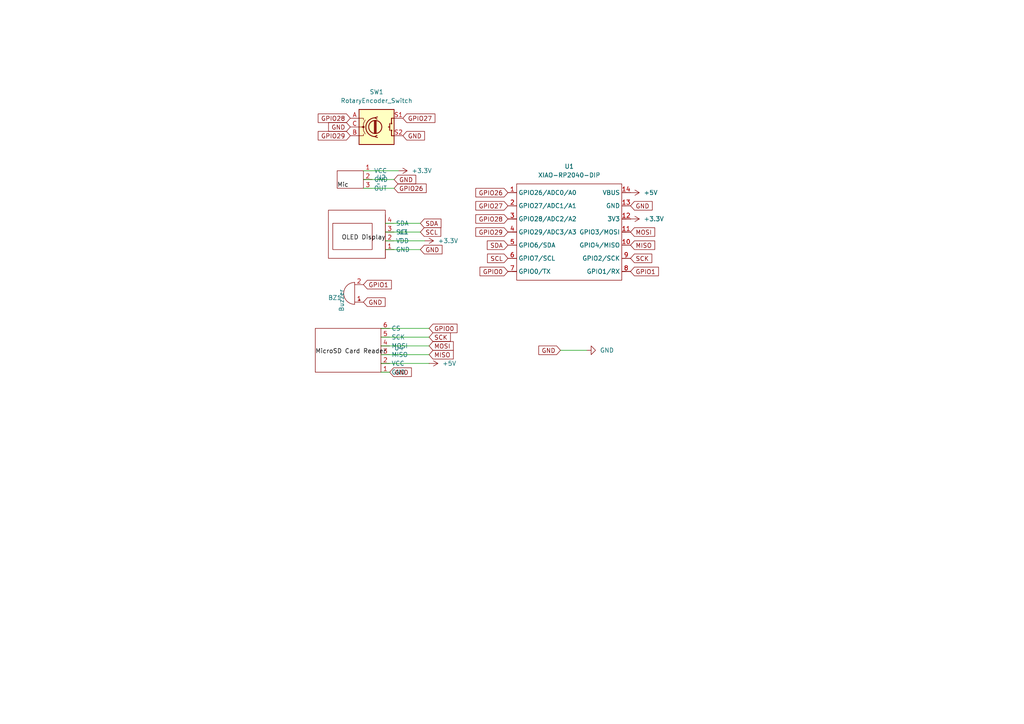
<source format=kicad_sch>
(kicad_sch (version 20250114) (generator "eeschema") (generator_version "9.0")
  (paper "A4")
  (lib_symbols
    (symbol "Device:Buzzer" (pin_names (offset 0.0254) (hide yes))
      (property "Reference" "BZ" (at 3.81 1.27 0))
      (property "Value" "Buzzer" (at 3.81 -1.27 0))
      (symbol "Buzzer_0_1"
        (polyline (pts (xy -1.651 1.905) (xy -1.143 1.905)))
        (polyline (pts (xy -1.397 2.159) (xy -1.397 1.651)))
        (arc (start 0 3.175) (mid 3.1612 0) (end 0 -3.175))
        (polyline (pts (xy 0 3.175) (xy 0 -3.175)))
      )
      (symbol "Buzzer_1_1"
        (pin passive line (at -2.54 2.54 0) (length 2.54) (name "+") (number "1"))
        (pin passive line (at -2.54 -2.54 0) (length 2.54) (name "-") (number "2"))
      )
    )
    (symbol "Device:RotaryEncoder_Switch" (pin_names (offset 0.254) (hide yes))
      (property "Reference" "SW" (at 0 6.604 0))
      (property "Value" "RotaryEncoder_Switch" (at 0 -6.604 0))
      (symbol "RotaryEncoder_Switch_0_1"
        (rectangle (start -5.08 5.08) (end 5.08 -5.08) (stroke (width 0.254)) (fill (type background)))
        (polyline (pts (xy -5.08 2.54) (xy -3.81 2.54) (xy -3.81 2.032)))
        (polyline (pts (xy -5.08 0) (xy -3.81 0) (xy -3.81 -1.016) (xy -3.302 -2.032)))
        (polyline (pts (xy -5.08 -2.54) (xy -3.81 -2.54) (xy -3.81 -2.032)))
        (polyline (pts (xy -4.318 0) (xy -3.81 0) (xy -3.81 1.016) (xy -3.302 2.032)))
        (circle (center -3.81 0) (radius 0.254) (fill (type outline)))
        (polyline (pts (xy -0.635 -1.778) (xy -0.635 1.778)) (stroke (width 0.254)))
        (circle (center -0.381 0) (radius 1.905) (stroke (width 0.254)))
        (polyline (pts (xy -0.381 -1.778) (xy -0.381 1.778)) (stroke (width 0.254)))
        (arc (start -0.381 -2.794) (mid -3.0988 -0.0635) (end -0.381 2.667) (stroke (width 0.254)))
        (polyline (pts (xy -0.127 1.778) (xy -0.127 -1.778)) (stroke (width 0.254)))
        (polyline (pts (xy 0.254 2.921) (xy -0.508 2.667) (xy 0.127 2.286)) (stroke (width 0.254)))
        (polyline (pts (xy 0.254 -3.048) (xy -0.508 -2.794) (xy 0.127 -2.413)) (stroke (width 0.254)))
        (polyline (pts (xy 3.81 1.016) (xy 3.81 -1.016)) (stroke (width 0.254)))
        (polyline (pts (xy 3.81 0) (xy 3.429 0)) (stroke (width 0.254)))
        (circle (center 4.318 1.016) (radius 0.127) (stroke (width 0.254)))
        (circle (center 4.318 -1.016) (radius 0.127) (stroke (width 0.254)))
        (polyline (pts (xy 5.08 2.54) (xy 4.318 2.54) (xy 4.318 1.016)) (stroke (width 0.254)))
        (polyline (pts (xy 5.08 -2.54) (xy 4.318 -2.54) (xy 4.318 -1.016)) (stroke (width 0.254)))
      )
      (symbol "RotaryEncoder_Switch_1_1"
        (pin passive line (at -7.62 2.54 0) (length 2.54) (name "A") (number "A"))
        (pin passive line (at -7.62 0 0) (length 2.54) (name "C") (number "C"))
        (pin passive line (at -7.62 -2.54 0) (length 2.54) (name "B") (number "B"))
        (pin passive line (at 7.62 2.54 180) (length 2.54) (name "S1") (number "S1"))
        (pin passive line (at 7.62 -2.54 180) (length 2.54) (name "S2") (number "S2"))
      )
    )
    (symbol "OPL:XIAO-RP2040-DIP"
      (property "Reference" "U" (at 0 0 0))
      (property "Value" "XIAO-RP2040-DIP" (at 5.334 -1.778 0))
      (symbol "XIAO-RP2040-DIP_1_0"
        (polyline (pts (xy -1.27 -2.54) (xy 29.21 -2.54)) (stroke (width 0.1524)))
        (polyline (pts (xy -1.27 -5.08) (xy -2.54 -5.08)) (stroke (width 0.1524)))
        (polyline (pts (xy -1.27 -5.08) (xy -1.27 -2.54)) (stroke (width 0.1524)))
        (polyline (pts (xy -1.27 -8.89) (xy -2.54 -8.89)) (stroke (width 0.1524)))
        (polyline (pts (xy -1.27 -8.89) (xy -1.27 -5.08)) (stroke (width 0.1524)))
        (polyline (pts (xy -1.27 -12.7) (xy -2.54 -12.7)) (stroke (width 0.1524)))
        (polyline (pts (xy -1.27 -12.7) (xy -1.27 -8.89)) (stroke (width 0.1524)))
        (polyline (pts (xy -1.27 -16.51) (xy -2.54 -16.51)) (stroke (width 0.1524)))
        (polyline (pts (xy -1.27 -16.51) (xy -1.27 -12.7)) (stroke (width 0.1524)))
        (polyline (pts (xy -1.27 -20.32) (xy -2.54 -20.32)) (stroke (width 0.1524)))
        (polyline (pts (xy -1.27 -24.13) (xy -2.54 -24.13)) (stroke (width 0.1524)))
        (polyline (pts (xy -1.27 -27.94) (xy -2.54 -27.94)) (stroke (width 0.1524)))
        (polyline (pts (xy -1.27 -30.48) (xy -1.27 -16.51)) (stroke (width 0.1524)))
        (polyline (pts (xy 29.21 -2.54) (xy 29.21 -5.08)) (stroke (width 0.1524)))
        (polyline (pts (xy 29.21 -5.08) (xy 29.21 -8.89)) (stroke (width 0.1524)))
        (polyline (pts (xy 29.21 -8.89) (xy 29.21 -12.7)) (stroke (width 0.1524)))
        (polyline (pts (xy 29.21 -12.7) (xy 29.21 -30.48)) (stroke (width 0.1524)))
        (polyline (pts (xy 29.21 -30.48) (xy -1.27 -30.48)) (stroke (width 0.1524)))
        (polyline (pts (xy 30.48 -5.08) (xy 29.21 -5.08)) (stroke (width 0.1524)))
        (polyline (pts (xy 30.48 -8.89) (xy 29.21 -8.89)) (stroke (width 0.1524)))
        (polyline (pts (xy 30.48 -12.7) (xy 29.21 -12.7)) (stroke (width 0.1524)))
        (polyline (pts (xy 30.48 -16.51) (xy 29.21 -16.51)) (stroke (width 0.1524)))
        (polyline (pts (xy 30.48 -20.32) (xy 29.21 -20.32)) (stroke (width 0.1524)))
        (polyline (pts (xy 30.48 -24.13) (xy 29.21 -24.13)) (stroke (width 0.1524)))
        (polyline (pts (xy 30.48 -27.94) (xy 29.21 -27.94)) (stroke (width 0.1524)))
        (pin passive line (at -3.81 -5.08 0) (length 2.54) (name "GPIO26/ADC0/A0") (number "1"))
        (pin passive line (at -3.81 -8.89 0) (length 2.54) (name "GPIO27/ADC1/A1") (number "2"))
        (pin passive line (at -3.81 -12.7 0) (length 2.54) (name "GPIO28/ADC2/A2") (number "3"))
        (pin passive line (at -3.81 -16.51 0) (length 2.54) (name "GPIO29/ADC3/A3") (number "4"))
        (pin passive line (at -3.81 -20.32 0) (length 2.54) (name "GPIO6/SDA") (number "5"))
        (pin passive line (at -3.81 -24.13 0) (length 2.54) (name "GPIO7/SCL") (number "6"))
        (pin passive line (at -3.81 -27.94 0) (length 2.54) (name "GPIO0/TX") (number "7"))
        (pin passive line (at 31.75 -5.08 180) (length 2.54) (name "VBUS") (number "14"))
        (pin passive line (at 31.75 -8.89 180) (length 2.54) (name "GND") (number "13"))
        (pin passive line (at 31.75 -12.7 180) (length 2.54) (name "3V3") (number "12"))
        (pin passive line (at 31.75 -16.51 180) (length 2.54) (name "GPIO3/MOSI") (number "11"))
        (pin passive line (at 31.75 -20.32 180) (length 2.54) (name "GPIO4/MISO") (number "10"))
        (pin passive line (at 31.75 -24.13 180) (length 2.54) (name "GPIO2/SCK") (number "9"))
        (pin passive line (at 31.75 -27.94 180) (length 2.54) (name "GPIO1/RX") (number "8"))
      )
    )
    (symbol "SDReader:SDReader"
      (property "Reference" "U" (at 0 0 0))
      (symbol "SDReader_0_1"
        (rectangle (start 0 0) (end -19.05 12.7))
      )
      (symbol "SDReader_1_1"
        (pin output line (at 0 12.7 0) (length 2.54) (name "CS") (number "6"))
        (pin output line (at 0 10.16 0) (length 2.54) (name "SCK") (number "5"))
        (pin output line (at 0 7.62 0) (length 2.54) (name "MOSI") (number "4"))
        (pin input line (at 0 5.08 0) (length 2.54) (name "MISO") (number "3"))
        (pin power_in line (at 0 2.54 0) (length 2.54) (name "VCC") (number "2"))
        (pin power_in line (at 0 0 0) (length 2.54) (name "GND") (number "1"))
      )
    )
    (symbol "SSD1306:SSD1306"
      (property "Reference" "U" (at 0 0 0))
      (symbol "SSD1306_0_1"
        (rectangle (start -15.24 7.62) (end -3.81 0))
        (rectangle (start 0 10.16) (end 0 -2.54))
        (rectangle (start 0 -2.54) (end -16.51 11.43))
      )
      (symbol "SSD1306_1_1"
        (pin bidirectional line (at 0 7.62 0) (length 2.54) (name "SDA") (number "4"))
        (pin bidirectional line (at 0 5.08 0) (length 2.54) (name "SCL") (number "3"))
        (pin power_in line (at 0 2.54 0) (length 2.54) (name "VDD") (number "2"))
        (pin power_in line (at 0 0 0) (length 2.54) (name "GND") (number "1"))
      )
    )
    (symbol "microphone:GY-MAX4466"
      (property "Reference" "U" (at 0 0 0))
      (symbol "GY-MAX4466_0_1"
        (rectangle (start 0 0) (end -7.62 -5.08))
      )
      (symbol "GY-MAX4466_1_1"
        (pin power_in line (at 0 0 0) (length 2.54) (name "VCC") (number "1"))
        (pin power_in line (at 0 -2.54 0) (length 2.54) (name "GND") (number "2"))
        (pin output line (at 0 -5.08 0) (length 2.54) (name "OUT") (number "3"))
      )
    )
    (symbol "power:+3.3V" (power) (pin_numbers (hide yes)) (pin_names (offset 0) (hide yes))
      (property "Value" "+3.3V" (at 0 3.556 0))
      (symbol "+3.3V_0_1"
        (polyline (pts (xy -0.762 1.27) (xy 0 2.54)))
        (polyline (pts (xy 0 2.54) (xy 0.762 1.27)))
        (polyline (pts (xy 0 0) (xy 0 2.54)))
      )
      (symbol "+3.3V_1_1"
        (pin power_in line (at 0 0 90) (length 0) (name "~") (number "1"))
      )
    )
    (symbol "power:+5V" (power) (pin_numbers (hide yes)) (pin_names (offset 0) (hide yes))
      (property "Value" "+5V" (at 0 3.556 0))
      (symbol "+5V_0_1"
        (polyline (pts (xy -0.762 1.27) (xy 0 2.54)))
        (polyline (pts (xy 0 2.54) (xy 0.762 1.27)))
        (polyline (pts (xy 0 0) (xy 0 2.54)))
      )
      (symbol "+5V_1_1"
        (pin power_in line (at 0 0 90) (length 0) (name "~") (number "1"))
      )
    )
    (symbol "power:GND" (power) (pin_numbers (hide yes)) (pin_names (offset 0) (hide yes))
      (property "Value" "GND" (at 0 -3.81 0))
      (symbol "GND_0_1"
        (polyline (pts (xy 0 0) (xy 0 -1.27) (xy 1.27 -1.27) (xy 0 -2.54) (xy -1.27 -1.27) (xy 0 -1.27)))
      )
      (symbol "GND_1_1"
        (pin power_in line (at 0 0 270) (length 0) (name "~") (number "1"))
      )
    )
  )
  (wire (pts (xy 105.41 54.61) (xy 114.3 54.61)))
  (wire (pts (xy 162.56 101.6) (xy 170.18 101.6)))
  (wire (pts (xy 111.76 69.85) (xy 123.19 69.85)))
  (wire (pts (xy 110.49 95.25) (xy 124.46 95.25)))
  (wire (pts (xy 110.49 97.79) (xy 124.46 97.79)))
  (wire (pts (xy 105.41 49.53) (xy 115.57 49.53)))
  (wire (pts (xy 111.76 72.39) (xy 121.92 72.39)))
  (wire (pts (xy 105.41 52.07) (xy 114.3 52.07)))
  (wire (pts (xy 110.49 100.33) (xy 124.46 100.33)))
  (wire (pts (xy 110.49 105.41) (xy 124.46 105.41)))
  (wire (pts (xy 111.76 64.77) (xy 121.92 64.77)))
  (wire (pts (xy 110.49 102.87) (xy 124.46 102.87)))
  (wire (pts (xy 111.76 67.31) (xy 121.92 67.31)))
  (wire (pts (xy 110.49 107.95) (xy 113.03 107.95)))
  (label "MicroSD Card Reader" (at 91.44 102.87 0))
  (label "Mic " (at 97.79 54.61 0))
  (label "OLED Display" (at 99.06 69.85 0))
  (global_label "GND" (shape input) (at 116.84 39.37 0) (property "Intersheetrefs" "${INTERSHEET_REFS}" (effects (hide yes))))
  (global_label "MISO" (shape input) (at 124.46 102.87 0) (property "Intersheetrefs" "${INTERSHEET_REFS}" (effects (hide yes))))
  (global_label "MISO" (shape input) (at 182.88 71.12 0) (property "Intersheetrefs" "${INTERSHEET_REFS}" (effects (hide yes))))
  (global_label "GPIO29" (shape input) (at 147.32 67.31 180) (property "Intersheetrefs" "${INTERSHEET_REFS}" (effects (hide yes))))
  (global_label "SDA" (shape input) (at 121.92 64.77 0) (property "Intersheetrefs" "${INTERSHEET_REFS}" (effects (hide yes))))
  (global_label "SCK" (shape input) (at 124.46 97.79 0) (property "Intersheetrefs" "${INTERSHEET_REFS}" (effects (hide yes))))
  (global_label "GND" (shape input) (at 105.41 87.63 0) (property "Intersheetrefs" "${INTERSHEET_REFS}" (effects (hide yes))))
  (global_label "MOSI" (shape input) (at 124.46 100.33 0) (property "Intersheetrefs" "${INTERSHEET_REFS}" (effects (hide yes))))
  (global_label "GPIO26" (shape input) (at 114.3 54.61 0) (property "Intersheetrefs" "${INTERSHEET_REFS}" (effects (hide yes))))
  (global_label "GPIO28" (shape input) (at 101.6 34.29 180) (property "Intersheetrefs" "${INTERSHEET_REFS}" (effects (hide yes))))
  (global_label "GPIO29" (shape input) (at 101.6 39.37 180) (property "Intersheetrefs" "${INTERSHEET_REFS}" (effects (hide yes))))
  (global_label "MOSI" (shape input) (at 182.88 67.31 0) (property "Intersheetrefs" "${INTERSHEET_REFS}" (effects (hide yes))))
  (global_label "GPIO1" (shape input) (at 182.88 78.74 0) (property "Intersheetrefs" "${INTERSHEET_REFS}" (effects (hide yes))))
  (global_label "GPIO26" (shape input) (at 147.32 55.88 180) (property "Intersheetrefs" "${INTERSHEET_REFS}" (effects (hide yes))))
  (global_label "GND" (shape input) (at 113.03 107.95 0) (property "Intersheetrefs" "${INTERSHEET_REFS}" (effects (hide yes))))
  (global_label "GPIO27" (shape input) (at 147.32 59.69 180) (property "Intersheetrefs" "${INTERSHEET_REFS}" (effects (hide yes))))
  (global_label "SCL" (shape input) (at 121.92 67.31 0) (property "Intersheetrefs" "${INTERSHEET_REFS}" (effects (hide yes))))
  (global_label "GPIO0" (shape input) (at 147.32 78.74 180) (property "Intersheetrefs" "${INTERSHEET_REFS}" (effects (hide yes))))
  (global_label "SDA" (shape input) (at 147.32 71.12 180) (property "Intersheetrefs" "${INTERSHEET_REFS}" (effects (hide yes))))
  (global_label "SCK" (shape input) (at 182.88 74.93 0) (property "Intersheetrefs" "${INTERSHEET_REFS}" (effects (hide yes))))
  (global_label "GND" (shape input) (at 114.3 52.07 0) (property "Intersheetrefs" "${INTERSHEET_REFS}" (effects (hide yes))))
  (global_label "SCL" (shape input) (at 147.32 74.93 180) (property "Intersheetrefs" "${INTERSHEET_REFS}" (effects (hide yes))))
  (global_label "GND" (shape input) (at 101.6 36.83 180) (property "Intersheetrefs" "${INTERSHEET_REFS}" (effects (hide yes))))
  (global_label "GND" (shape input) (at 182.88 59.69 0) (property "Intersheetrefs" "${INTERSHEET_REFS}" (effects (hide yes))))
  (global_label "GPIO0" (shape input) (at 124.46 95.25 0) (property "Intersheetrefs" "${INTERSHEET_REFS}" (effects (hide yes))))
  (global_label "GPIO27" (shape input) (at 116.84 34.29 0) (property "Intersheetrefs" "${INTERSHEET_REFS}" (effects (hide yes))))
  (global_label "GPIO28" (shape input) (at 147.32 63.5 180) (property "Intersheetrefs" "${INTERSHEET_REFS}" (effects (hide yes))))
  (global_label "GND" (shape input) (at 121.92 72.39 0) (property "Intersheetrefs" "${INTERSHEET_REFS}" (effects (hide yes))))
  (global_label "GND" (shape input) (at 162.56 101.6 180) (property "Intersheetrefs" "${INTERSHEET_REFS}" (effects (hide yes))))
  (global_label "GPIO1" (shape input) (at 105.41 82.55 0) (property "Intersheetrefs" "${INTERSHEET_REFS}" (effects (hide yes))))
  (symbol (lib_id "power:GND") (at 170.18 101.6 90) (unit 1)
    (property "Reference" "#PWR01" (effects (hide yes)))
    (property "Value" "GND" (at 173.99 101.5999 90) (effects (justify right)))
    (property "Description" "Power symbol creates a global label with name \"GND\" , ground" (effects (hide yes)))
  )
  (symbol (lib_id "SSD1306:SSD1306") (at 111.76 72.39 0) (unit 1)
    (property "Reference" "U3" (at 115.57 67.3099 0) (effects (justify left)))
    (property "Value" "~" (at 115.57 69.215 0) (effects (justify left)))
    (property "Footprint" "SSD1306:Untitled" (effects (hide yes)))
  )
  (symbol (lib_id "power:+3.3V") (at 123.19 69.85 270) (unit 1)
    (property "Reference" "#PWR02" (effects (hide yes)))
    (property "Value" "+3.3V" (at 127 69.8499 90) (effects (justify left)))
    (property "Description" "Power symbol creates a global label with name \"+3.3V\"" (effects (hide yes)))
  )
  (symbol (lib_id "SDReader:SDReader") (at 110.49 107.95 0) (unit 1)
    (property "Reference" "U4" (at 114.3 100.9649 0) (effects (justify left)))
    (property "Value" "~" (at 114.3 102.87 0) (effects (justify left)))
    (property "Footprint" "SDReader:Untitled" (effects (hide yes)))
  )
  (symbol (lib_id "power:+5V") (at 124.46 105.41 270) (unit 1)
    (property "Reference" "#PWR04" (effects (hide yes)))
    (property "Value" "+5V" (at 128.27 105.4099 90) (effects (justify left)))
    (property "Description" "Power symbol creates a global label with name \"+5V\"" (effects (hide yes)))
  )
  (symbol (lib_id "OPL:XIAO-RP2040-DIP") (at 151.13 50.8 0) (unit 1)
    (property "Reference" "U1" (at 165.1 48.26 0))
    (property "Value" "XIAO-RP2040-DIP" (at 165.1 50.8 0))
    (property "Footprint" "OPL:XIAO-RP2040-DIP" (effects (hide yes)))
  )
  (symbol (lib_id "power:+3.3V") (at 182.88 63.5 270) (unit 1)
    (property "Reference" "#PWR06" (effects (hide yes)))
    (property "Value" "+3.3V" (at 186.69 63.4999 90) (effects (justify left)))
    (property "Description" "Power symbol creates a global label with name \"+3.3V\"" (effects (hide yes)))
  )
  (symbol (lib_id "Device:Buzzer") (at 102.87 85.09 180) (unit 1)
    (property "Reference" "BZ1" (at 99.06 86.3601 0) (effects (justify left)))
    (property "Value" "Buzzer" (at 99.06 83.8201 90) (effects (justify left)))
    (property "Footprint" "Buzzer_Beeper:Buzzer_12x9.5RM7.6" (effects (hide yes)))
    (property "Description" "Buzzer, polarized" (effects (hide yes)))
  )
  (symbol (lib_id "Device:RotaryEncoder_Switch") (at 109.22 36.83 0) (unit 1)
    (property "Reference" "SW1" (at 109.22 26.67 0))
    (property "Value" "RotaryEncoder_Switch" (at 109.22 29.21 0))
    (property "Footprint" "Rotary_Encoder:RotaryEncoder_Alps_EC11E-Switch_Vertical_H20mm" (effects (hide yes)))
    (property "Description" "Rotary encoder, dual channel, incremental quadrate outputs, with switch" (effects (hide yes)))
  )
  (symbol (lib_id "microphone:GY-MAX4466") (at 105.41 49.53 0) (unit 1)
    (property "Reference" "U2" (at 109.22 51.4349 0) (effects (justify left)))
    (property "Value" "~" (at 109.22 53.34 0) (effects (justify left)))
    (property "Footprint" "microphone:GY-MAX4466" (effects (hide yes)))
  )
  (symbol (lib_id "power:+5V") (at 182.88 55.88 270) (unit 1)
    (property "Reference" "#PWR05" (effects (hide yes)))
    (property "Value" "+5V" (at 186.69 55.8799 90) (effects (justify left)))
    (property "Description" "Power symbol creates a global label with name \"+5V\"" (effects (hide yes)))
  )
  (symbol (lib_id "power:+3.3V") (at 115.57 49.53 270) (unit 1)
    (property "Reference" "#PWR03" (effects (hide yes)))
    (property "Value" "+3.3V" (at 119.38 49.5299 90) (effects (justify left)))
    (property "Description" "Power symbol creates a global label with name \"+3.3V\"" (effects (hide yes)))
  )
)
</source>
